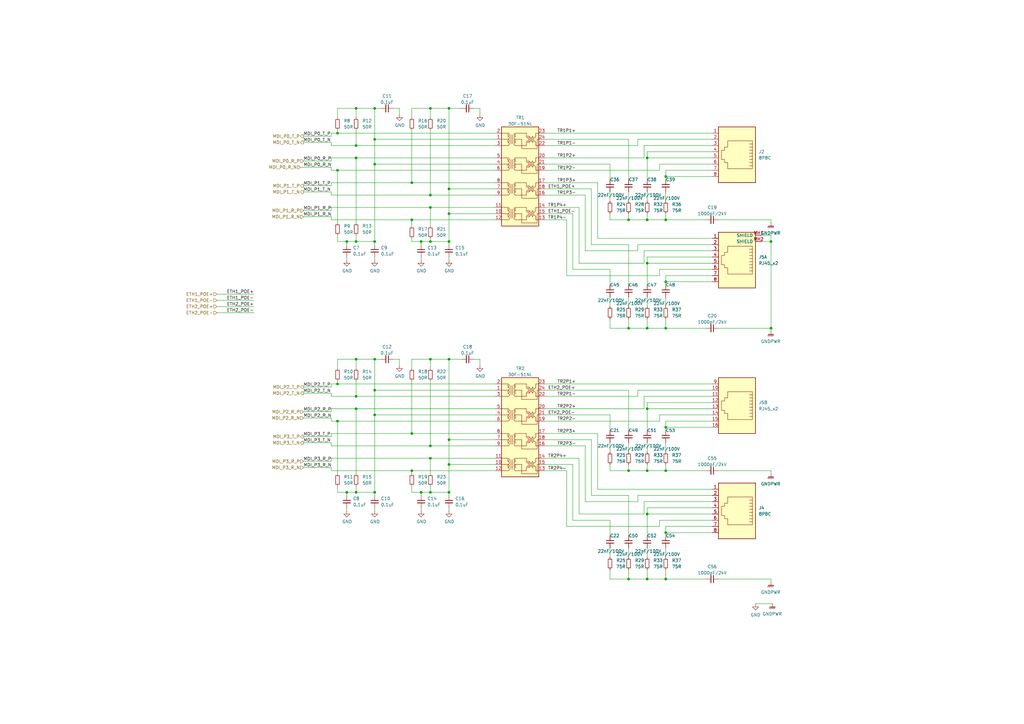
<source format=kicad_sch>
(kicad_sch (version 20230121) (generator eeschema)
  (paper "A3")
  (junction (at 316.23 134.62))
  (junction (at 153.67 99.06))
  (junction (at 138.43 54.61))
  (junction (at 153.67 44.45))
  (junction (at 168.91 90.17))
  (junction (at 138.43 172.72))
  (junction (at 257.81 193.04))
  (junction (at 273.05 90.17))
  (junction (at 265.43 64.77))
  (junction (at 138.43 69.85))
  (junction (at 146.05 64.77))
  (junction (at 176.53 182.88))
  (junction (at 257.81 237.49))
  (junction (at 257.81 134.62))
  (junction (at 316.23 99.06))
  (junction (at 257.81 90.17))
  (junction (at 146.05 147.32))
  (junction (at 273.05 237.49))
  (junction (at 146.05 59.69))
  (junction (at 273.05 175.26))
  (junction (at 176.53 201.93))
  (junction (at 265.43 193.04))
  (junction (at 184.15 190.5))
  (junction (at 146.05 162.56))
  (junction (at 176.53 85.09))
  (junction (at 265.43 107.95))
  (junction (at 142.24 201.93))
  (junction (at 153.67 67.31))
  (junction (at 184.15 147.32))
  (junction (at 273.05 193.04))
  (junction (at 142.24 99.06))
  (junction (at 184.15 77.47))
  (junction (at 184.15 87.63))
  (junction (at 176.53 44.45))
  (junction (at 273.05 115.57))
  (junction (at 273.05 72.39))
  (junction (at 184.15 44.45))
  (junction (at 176.53 99.06))
  (junction (at 176.53 80.01))
  (junction (at 265.43 237.49))
  (junction (at 153.67 57.15))
  (junction (at 184.15 180.34))
  (junction (at 138.43 157.48))
  (junction (at 176.53 147.32))
  (junction (at 146.05 44.45))
  (junction (at 153.67 170.18))
  (junction (at 153.67 147.32))
  (junction (at 146.05 167.64))
  (junction (at 146.05 201.93))
  (junction (at 184.15 201.93))
  (junction (at 273.05 218.44))
  (junction (at 176.53 187.96))
  (junction (at 153.67 201.93))
  (junction (at 172.72 99.06))
  (junction (at 168.91 193.04))
  (junction (at 265.43 134.62))
  (junction (at 168.91 74.93))
  (junction (at 153.67 160.02))
  (junction (at 265.43 167.64))
  (junction (at 273.05 134.62))
  (junction (at 146.05 99.06))
  (junction (at 265.43 90.17))
  (junction (at 168.91 177.8))
  (junction (at 172.72 201.93))
  (junction (at 265.43 210.82))
  (junction (at 184.15 99.06))
  (wire (pts (xy 265.43 62.23) (xy 265.43 64.77)))
  (wire (pts (xy 153.67 201.93) (xy 153.67 170.18)))
  (wire (pts (xy 153.67 44.45) (xy 153.67 57.15)))
  (wire (pts (xy 176.53 187.96) (xy 203.2 187.96)))
  (wire (pts (xy 124.46 171.45) (xy 135.89 171.45)))
  (wire (pts (xy 168.91 90.17) (xy 168.91 92.71)))
  (wire (pts (xy 292.1 208.28) (xy 265.43 208.28)))
  (wire (pts (xy 176.53 44.45) (xy 184.15 44.45)))
  (wire (pts (xy 273.05 69.85) (xy 273.05 72.39)))
  (wire (pts (xy 135.89 177.8) (xy 135.89 179.07)))
  (wire (pts (xy 250.19 134.62) (xy 250.19 130.81)))
  (wire (pts (xy 273.05 175.26) (xy 292.1 175.26)))
  (wire (pts (xy 250.19 181.61) (xy 250.19 185.42)))
  (wire (pts (xy 261.62 100.33) (xy 261.62 102.87)))
  (wire (pts (xy 223.52 157.48) (xy 292.1 157.48)))
  (wire (pts (xy 135.89 193.04) (xy 168.91 193.04)))
  (wire (pts (xy 292.1 100.33) (xy 261.62 100.33)))
  (wire (pts (xy 142.24 201.93) (xy 146.05 201.93)))
  (wire (pts (xy 176.53 97.79) (xy 176.53 99.06)))
  (wire (pts (xy 138.43 201.93) (xy 142.24 201.93)))
  (wire (pts (xy 292.1 59.69) (xy 264.16 59.69)))
  (wire (pts (xy 265.43 64.77) (xy 292.1 64.77)))
  (wire (pts (xy 270.51 213.36) (xy 270.51 215.9)))
  (wire (pts (xy 138.43 172.72) (xy 138.43 194.31)))
  (wire (pts (xy 309.88 247.65) (xy 316.865 247.65)))
  (wire (pts (xy 273.05 113.03) (xy 273.05 115.57)))
  (wire (pts (xy 234.95 190.5) (xy 234.95 213.36)))
  (wire (pts (xy 273.05 87.63) (xy 273.05 90.17)))
  (wire (pts (xy 250.19 237.49) (xy 250.19 233.68)))
  (wire (pts (xy 88.9 123.19) (xy 104.14 123.19)))
  (wire (pts (xy 135.89 74.93) (xy 135.89 76.2)))
  (wire (pts (xy 316.23 90.17) (xy 294.64 90.17)))
  (wire (pts (xy 138.43 99.06) (xy 142.24 99.06)))
  (wire (pts (xy 184.15 147.32) (xy 176.53 147.32)))
  (wire (pts (xy 88.9 128.27) (xy 104.14 128.27)))
  (wire (pts (xy 289.56 193.04) (xy 273.05 193.04)))
  (wire (pts (xy 316.23 90.17) (xy 316.23 91.44)))
  (wire (pts (xy 135.89 74.93) (xy 168.91 74.93)))
  (wire (pts (xy 163.83 44.45) (xy 161.29 44.45)))
  (wire (pts (xy 184.15 190.5) (xy 203.2 190.5)))
  (wire (pts (xy 124.46 76.2) (xy 135.89 76.2)))
  (wire (pts (xy 261.62 160.02) (xy 261.62 162.56)))
  (wire (pts (xy 223.52 80.01) (xy 240.03 80.01)))
  (wire (pts (xy 124.46 168.91) (xy 135.89 168.91)))
  (wire (pts (xy 261.62 203.2) (xy 261.62 205.74)))
  (wire (pts (xy 223.52 87.63) (xy 234.95 87.63)))
  (wire (pts (xy 265.43 210.82) (xy 265.43 219.71)))
  (wire (pts (xy 265.43 193.04) (xy 257.81 193.04)))
  (wire (pts (xy 124.46 161.29) (xy 135.89 161.29)))
  (wire (pts (xy 265.43 107.95) (xy 292.1 107.95)))
  (wire (pts (xy 135.89 167.64) (xy 146.05 167.64)))
  (wire (pts (xy 242.57 180.34) (xy 242.57 203.2)))
  (wire (pts (xy 250.19 213.36) (xy 250.19 219.71)))
  (wire (pts (xy 135.89 78.74) (xy 135.89 80.01)))
  (wire (pts (xy 273.05 175.26) (xy 273.05 176.53)))
  (wire (pts (xy 257.81 130.81) (xy 257.81 134.62)))
  (wire (pts (xy 142.24 201.93) (xy 142.24 203.2)))
  (wire (pts (xy 146.05 147.32) (xy 146.05 151.13)))
  (wire (pts (xy 257.81 100.33) (xy 257.81 116.84)))
  (wire (pts (xy 270.51 67.31) (xy 270.51 69.85)))
  (wire (pts (xy 237.49 187.96) (xy 237.49 210.82)))
  (wire (pts (xy 292.1 205.74) (xy 264.16 205.74)))
  (wire (pts (xy 250.19 90.17) (xy 250.19 87.63)))
  (wire (pts (xy 176.53 187.96) (xy 176.53 194.31)))
  (wire (pts (xy 242.57 203.2) (xy 257.81 203.2)))
  (wire (pts (xy 153.67 160.02) (xy 203.2 160.02)))
  (wire (pts (xy 250.19 78.74) (xy 250.19 82.55)))
  (wire (pts (xy 124.46 191.77) (xy 135.89 191.77)))
  (wire (pts (xy 168.91 193.04) (xy 168.91 194.31)))
  (wire (pts (xy 124.46 58.42) (xy 135.89 58.42)))
  (wire (pts (xy 250.19 121.92) (xy 250.19 125.73)))
  (wire (pts (xy 135.89 64.77) (xy 146.05 64.77)))
  (wire (pts (xy 172.72 201.93) (xy 176.53 201.93)))
  (wire (pts (xy 135.89 64.77) (xy 135.89 66.04)))
  (wire (pts (xy 257.81 87.63) (xy 257.81 90.17)))
  (wire (pts (xy 168.91 156.21) (xy 168.91 177.8)))
  (wire (pts (xy 153.67 170.18) (xy 203.2 170.18)))
  (wire (pts (xy 265.43 64.77) (xy 265.43 73.66)))
  (wire (pts (xy 138.43 157.48) (xy 135.89 157.48)))
  (wire (pts (xy 138.43 199.39) (xy 138.43 201.93)))
  (wire (pts (xy 138.43 151.13) (xy 138.43 147.32)))
  (wire (pts (xy 153.67 105.41) (xy 153.67 106.68)))
  (wire (pts (xy 138.43 96.52) (xy 138.43 99.06)))
  (wire (pts (xy 265.43 237.49) (xy 257.81 237.49)))
  (wire (pts (xy 265.43 121.92) (xy 265.43 125.73)))
  (wire (pts (xy 232.41 113.03) (xy 270.51 113.03)))
  (wire (pts (xy 184.15 77.47) (xy 184.15 87.63)))
  (wire (pts (xy 146.05 162.56) (xy 135.89 162.56)))
  (wire (pts (xy 289.56 134.62) (xy 273.05 134.62)))
  (wire (pts (xy 153.67 170.18) (xy 153.67 160.02)))
  (wire (pts (xy 265.43 224.79) (xy 265.43 228.6)))
  (wire (pts (xy 135.89 68.58) (xy 135.89 69.85)))
  (wire (pts (xy 257.81 203.2) (xy 257.81 219.71)))
  (wire (pts (xy 168.91 74.93) (xy 203.2 74.93)))
  (wire (pts (xy 292.1 162.56) (xy 264.16 162.56)))
  (wire (pts (xy 176.53 44.45) (xy 168.91 44.45)))
  (wire (pts (xy 184.15 87.63) (xy 203.2 87.63)))
  (wire (pts (xy 168.91 193.04) (xy 203.2 193.04)))
  (wire (pts (xy 240.03 80.01) (xy 240.03 102.87)))
  (wire (pts (xy 223.52 193.04) (xy 232.41 193.04)))
  (wire (pts (xy 232.41 193.04) (xy 232.41 215.9)))
  (wire (pts (xy 223.52 54.61) (xy 292.1 54.61)))
  (wire (pts (xy 265.43 167.64) (xy 292.1 167.64)))
  (wire (pts (xy 184.15 77.47) (xy 203.2 77.47)))
  (wire (pts (xy 172.72 105.41) (xy 172.72 106.68)))
  (wire (pts (xy 245.11 200.66) (xy 292.1 200.66)))
  (wire (pts (xy 146.05 167.64) (xy 203.2 167.64)))
  (wire (pts (xy 146.05 201.93) (xy 153.67 201.93)))
  (wire (pts (xy 142.24 99.06) (xy 146.05 99.06)))
  (wire (pts (xy 270.51 110.49) (xy 270.51 113.03)))
  (wire (pts (xy 168.91 147.32) (xy 168.91 151.13)))
  (wire (pts (xy 142.24 208.28) (xy 142.24 209.55)))
  (wire (pts (xy 261.62 102.87) (xy 240.03 102.87)))
  (wire (pts (xy 223.52 187.96) (xy 237.49 187.96)))
  (wire (pts (xy 316.23 237.49) (xy 294.64 237.49)))
  (wire (pts (xy 172.72 208.28) (xy 172.72 209.55)))
  (wire (pts (xy 292.1 113.03) (xy 273.05 113.03)))
  (wire (pts (xy 135.89 80.01) (xy 176.53 80.01)))
  (wire (pts (xy 176.53 201.93) (xy 184.15 201.93)))
  (wire (pts (xy 184.15 147.32) (xy 184.15 180.34)))
  (wire (pts (xy 257.81 90.17) (xy 250.19 90.17)))
  (wire (pts (xy 135.89 54.61) (xy 135.89 55.88)))
  (wire (pts (xy 273.05 115.57) (xy 292.1 115.57)))
  (wire (pts (xy 292.1 110.49) (xy 270.51 110.49)))
  (wire (pts (xy 138.43 48.26) (xy 138.43 44.45)))
  (wire (pts (xy 135.89 187.96) (xy 135.89 189.23)))
  (wire (pts (xy 163.83 46.99) (xy 163.83 44.45)))
  (wire (pts (xy 135.89 172.72) (xy 135.89 171.45)))
  (wire (pts (xy 292.1 172.72) (xy 273.05 172.72)))
  (wire (pts (xy 265.43 134.62) (xy 257.81 134.62)))
  (wire (pts (xy 168.91 90.17) (xy 203.2 90.17)))
  (wire (pts (xy 316.23 134.62) (xy 316.23 135.89)))
  (wire (pts (xy 273.05 181.61) (xy 273.05 185.42)))
  (wire (pts (xy 223.52 90.17) (xy 232.41 90.17)))
  (wire (pts (xy 142.24 99.06) (xy 142.24 100.33)))
  (wire (pts (xy 250.19 224.79) (xy 250.19 228.6)))
  (wire (pts (xy 135.89 85.09) (xy 176.53 85.09)))
  (wire (pts (xy 184.15 190.5) (xy 184.15 201.93)))
  (wire (pts (xy 223.52 180.34) (xy 242.57 180.34)))
  (wire (pts (xy 176.53 80.01) (xy 203.2 80.01)))
  (wire (pts (xy 237.49 85.09) (xy 237.49 107.95)))
  (wire (pts (xy 146.05 59.69) (xy 135.89 59.69)))
  (wire (pts (xy 223.52 59.69) (xy 261.62 59.69)))
  (wire (pts (xy 234.95 213.36) (xy 250.19 213.36)))
  (wire (pts (xy 146.05 64.77) (xy 203.2 64.77)))
  (wire (pts (xy 265.43 233.68) (xy 265.43 237.49)))
  (wire (pts (xy 265.43 190.5) (xy 265.43 193.04)))
  (wire (pts (xy 172.72 201.93) (xy 172.72 203.2)))
  (wire (pts (xy 273.05 172.72) (xy 273.05 175.26)))
  (wire (pts (xy 163.83 149.86) (xy 163.83 147.32)))
  (wire (pts (xy 264.16 167.64) (xy 223.52 167.64)))
  (wire (pts (xy 257.81 224.79) (xy 257.81 228.6)))
  (wire (pts (xy 223.52 190.5) (xy 234.95 190.5)))
  (wire (pts (xy 184.15 87.63) (xy 184.15 99.06)))
  (wire (pts (xy 124.46 88.9) (xy 135.89 88.9)))
  (wire (pts (xy 172.72 99.06) (xy 172.72 100.33)))
  (wire (pts (xy 138.43 54.61) (xy 135.89 54.61)))
  (wire (pts (xy 292.1 57.15) (xy 261.62 57.15)))
  (wire (pts (xy 146.05 167.64) (xy 146.05 194.31)))
  (wire (pts (xy 316.23 193.04) (xy 316.23 194.31)))
  (wire (pts (xy 135.89 85.09) (xy 135.89 86.36)))
  (wire (pts (xy 203.2 157.48) (xy 138.43 157.48)))
  (wire (pts (xy 176.53 182.88) (xy 203.2 182.88)))
  (wire (pts (xy 265.43 167.64) (xy 265.43 176.53)))
  (wire (pts (xy 184.15 208.28) (xy 184.15 209.55)))
  (wire (pts (xy 223.52 85.09) (xy 237.49 85.09)))
  (wire (pts (xy 273.05 130.81) (xy 273.05 134.62)))
  (wire (pts (xy 292.1 69.85) (xy 273.05 69.85)))
  (wire (pts (xy 265.43 210.82) (xy 292.1 210.82)))
  (wire (pts (xy 138.43 53.34) (xy 138.43 54.61)))
  (wire (pts (xy 273.05 121.92) (xy 273.05 125.73)))
  (wire (pts (xy 146.05 99.06) (xy 153.67 99.06)))
  (wire (pts (xy 292.1 170.18) (xy 270.51 170.18)))
  (wire (pts (xy 153.67 57.15) (xy 203.2 57.15)))
  (wire (pts (xy 172.72 99.06) (xy 176.53 99.06)))
  (wire (pts (xy 223.52 64.77) (xy 264.16 64.77)))
  (wire (pts (xy 265.43 130.81) (xy 265.43 134.62)))
  (wire (pts (xy 223.52 182.88) (xy 240.03 182.88)))
  (wire (pts (xy 223.52 77.47) (xy 242.57 77.47)))
  (wire (pts (xy 273.05 72.39) (xy 292.1 72.39)))
  (wire (pts (xy 184.15 44.45) (xy 189.23 44.45)))
  (wire (pts (xy 135.89 182.88) (xy 135.89 181.61)))
  (wire (pts (xy 153.67 147.32) (xy 156.21 147.32)))
  (wire (pts (xy 168.91 201.93) (xy 172.72 201.93)))
  (wire (pts (xy 138.43 172.72) (xy 203.2 172.72)))
  (wire (pts (xy 316.23 193.04) (xy 294.64 193.04)))
  (wire (pts (xy 265.43 165.1) (xy 265.43 167.64)))
  (wire (pts (xy 138.43 44.45) (xy 146.05 44.45)))
  (wire (pts (xy 264.16 107.95) (xy 237.49 107.95)))
  (wire (pts (xy 232.41 215.9) (xy 270.51 215.9)))
  (wire (pts (xy 292.1 102.87) (xy 264.16 102.87)))
  (wire (pts (xy 146.05 156.21) (xy 146.05 162.56)))
  (wire (pts (xy 232.41 90.17) (xy 232.41 113.03)))
  (wire (pts (xy 142.24 105.41) (xy 142.24 106.68)))
  (wire (pts (xy 196.85 44.45) (xy 194.31 44.45)))
  (wire (pts (xy 250.19 170.18) (xy 250.19 176.53)))
  (wire (pts (xy 242.57 77.47) (xy 242.57 100.33)))
  (wire (pts (xy 168.91 44.45) (xy 168.91 48.26)))
  (wire (pts (xy 176.53 44.45) (xy 176.53 48.26)))
  (wire (pts (xy 264.16 210.82) (xy 237.49 210.82)))
  (wire (pts (xy 184.15 180.34) (xy 203.2 180.34)))
  (wire (pts (xy 250.19 67.31) (xy 250.19 73.66)))
  (wire (pts (xy 196.85 147.32) (xy 194.31 147.32)))
  (wire (pts (xy 176.53 147.32) (xy 176.53 151.13)))
  (wire (pts (xy 257.81 193.04) (xy 250.19 193.04)))
  (wire (pts (xy 273.05 218.44) (xy 292.1 218.44)))
  (wire (pts (xy 176.53 53.34) (xy 176.53 80.01)))
  (wire (pts (xy 146.05 53.34) (xy 146.05 59.69)))
  (wire (pts (xy 163.83 147.32) (xy 161.29 147.32)))
  (wire (pts (xy 146.05 44.45) (xy 146.05 48.26)))
  (wire (pts (xy 273.05 233.68) (xy 273.05 237.49)))
  (wire (pts (xy 203.2 59.69) (xy 146.05 59.69)))
  (wire (pts (xy 184.15 180.34) (xy 184.15 190.5)))
  (wire (pts (xy 273.05 134.62) (xy 265.43 134.62)))
  (wire (pts (xy 223.52 67.31) (xy 250.19 67.31)))
  (wire (pts (xy 316.23 237.49) (xy 316.23 238.76)))
  (wire (pts (xy 292.1 213.36) (xy 270.51 213.36)))
  (wire (pts (xy 257.81 121.92) (xy 257.81 125.73)))
  (wire (pts (xy 184.15 99.06) (xy 184.15 100.33)))
  (wire (pts (xy 242.57 100.33) (xy 257.81 100.33)))
  (wire (pts (xy 257.81 160.02) (xy 257.81 176.53)))
  (wire (pts (xy 135.89 90.17) (xy 168.91 90.17)))
  (wire (pts (xy 289.56 90.17) (xy 273.05 90.17)))
  (wire (pts (xy 292.1 105.41) (xy 265.43 105.41)))
  (wire (pts (xy 273.05 193.04) (xy 265.43 193.04)))
  (wire (pts (xy 138.43 156.21) (xy 138.43 157.48)))
  (wire (pts (xy 273.05 215.9) (xy 273.05 218.44)))
  (wire (pts (xy 176.53 147.32) (xy 168.91 147.32)))
  (wire (pts (xy 261.62 205.74) (xy 240.03 205.74)))
  (wire (pts (xy 292.1 203.2) (xy 261.62 203.2)))
  (wire (pts (xy 257.81 181.61) (xy 257.81 185.42)))
  (wire (pts (xy 153.67 44.45) (xy 156.21 44.45)))
  (wire (pts (xy 135.89 162.56) (xy 135.89 161.29)))
  (wire (pts (xy 264.16 102.87) (xy 264.16 107.95)))
  (wire (pts (xy 124.46 179.07) (xy 135.89 179.07)))
  (wire (pts (xy 184.15 105.41) (xy 184.15 106.68)))
  (wire (pts (xy 265.43 107.95) (xy 265.43 116.84)))
  (wire (pts (xy 146.05 64.77) (xy 146.05 91.44)))
  (wire (pts (xy 124.46 78.74) (xy 135.89 78.74)))
  (wire (pts (xy 261.62 57.15) (xy 261.62 59.69)))
  (wire (pts (xy 257.81 233.68) (xy 257.81 237.49)))
  (wire (pts (xy 146.05 147.32) (xy 153.67 147.32)))
  (wire (pts (xy 135.89 193.04) (xy 135.89 191.77)))
  (wire (pts (xy 292.1 215.9) (xy 273.05 215.9)))
  (wire (pts (xy 168.91 199.39) (xy 168.91 201.93)))
  (wire (pts (xy 123.19 68.58) (xy 135.89 68.58)))
  (wire (pts (xy 176.53 199.39) (xy 176.53 201.93)))
  (wire (pts (xy 273.05 72.39) (xy 273.05 73.66)))
  (wire (pts (xy 168.91 177.8) (xy 203.2 177.8)))
  (wire (pts (xy 124.46 86.36) (xy 135.89 86.36)))
  (wire (pts (xy 153.67 99.06) (xy 153.67 100.33)))
  (wire (pts (xy 153.67 67.31) (xy 203.2 67.31)))
  (wire (pts (xy 265.43 181.61) (xy 265.43 185.42)))
  (wire (pts (xy 292.1 165.1) (xy 265.43 165.1)))
  (wire (pts (xy 203.2 54.61) (xy 138.43 54.61)))
  (wire (pts (xy 135.89 167.64) (xy 135.89 168.91)))
  (wire (pts (xy 273.05 115.57) (xy 273.05 116.84)))
  (wire (pts (xy 168.91 99.06) (xy 172.72 99.06)))
  (wire (pts (xy 264.16 162.56) (xy 264.16 167.64)))
  (wire (pts (xy 153.67 67.31) (xy 153.67 57.15)))
  (wire (pts (xy 184.15 44.45) (xy 184.15 77.47)))
  (wire (pts (xy 245.11 97.79) (xy 292.1 97.79)))
  (wire (pts (xy 292.1 160.02) (xy 261.62 160.02)))
  (wire (pts (xy 138.43 69.85) (xy 138.43 91.44)))
  (wire (pts (xy 184.15 201.93) (xy 184.15 203.2)))
  (wire (pts (xy 138.43 147.32) (xy 146.05 147.32)))
  (wire (pts (xy 135.89 187.96) (xy 176.53 187.96)))
  (wire (pts (xy 273.05 78.74) (xy 273.05 82.55)))
  (wire (pts (xy 135.89 177.8) (xy 168.91 177.8)))
  (wire (pts (xy 234.95 87.63) (xy 234.95 110.49)))
  (wire (pts (xy 265.43 105.41) (xy 265.43 107.95)))
  (wire (pts (xy 176.53 156.21) (xy 176.53 182.88)))
  (wire (pts (xy 176.53 99.06) (xy 184.15 99.06)))
  (wire (pts (xy 223.52 170.18) (xy 250.19 170.18)))
  (wire (pts (xy 273.05 237.49) (xy 265.43 237.49)))
  (wire (pts (xy 88.9 125.73) (xy 104.14 125.73)))
  (wire (pts (xy 273.05 218.44) (xy 273.05 219.71)))
  (wire (pts (xy 153.67 99.06) (xy 153.67 67.31)))
  (wire (pts (xy 273.05 224.79) (xy 273.05 228.6)))
  (wire (pts (xy 265.43 87.63) (xy 265.43 90.17)))
  (wire (pts (xy 316.23 96.52) (xy 316.23 99.06)))
  (wire (pts (xy 153.67 201.93) (xy 153.67 203.2)))
  (wire (pts (xy 245.11 74.93) (xy 245.11 97.79)))
  (wire (pts (xy 135.89 182.88) (xy 176.53 182.88)))
  (wire (pts (xy 273.05 90.17) (xy 265.43 90.17)))
  (wire (pts (xy 234.95 110.49) (xy 250.19 110.49)))
  (wire (pts (xy 124.46 55.88) (xy 135.89 55.88)))
  (wire (pts (xy 176.53 85.09) (xy 203.2 85.09)))
  (wire (pts (xy 289.56 237.49) (xy 273.05 237.49)))
  (wire (pts (xy 196.85 46.99) (xy 196.85 44.45)))
  (wire (pts (xy 124.46 158.75) (xy 135.89 158.75)))
  (wire (pts (xy 270.51 170.18) (xy 270.51 172.72)))
  (wire (pts (xy 146.05 96.52) (xy 146.05 99.06)))
  (wire (pts (xy 176.53 85.09) (xy 176.53 92.71)))
  (wire (pts (xy 261.62 162.56) (xy 223.52 162.56)))
  (wire (pts (xy 135.89 172.72) (xy 138.43 172.72)))
  (wire (pts (xy 273.05 190.5) (xy 273.05 193.04)))
  (wire (pts (xy 312.42 96.52) (xy 316.23 96.52)))
  (wire (pts (xy 316.23 99.06) (xy 316.23 134.62)))
  (wire (pts (xy 257.81 78.74) (xy 257.81 82.55)))
  (wire (pts (xy 292.1 62.23) (xy 265.43 62.23)))
  (wire (pts (xy 312.42 99.06) (xy 316.23 99.06)))
  (wire (pts (xy 146.05 44.45) (xy 153.67 44.45)))
  (wire (pts (xy 203.2 162.56) (xy 146.05 162.56)))
  (wire (pts (xy 196.85 149.86) (xy 196.85 147.32)))
  (wire (pts (xy 250.19 110.49) (xy 250.19 116.84)))
  (wire (pts (xy 223.52 160.02) (xy 257.81 160.02)))
  (wire (pts (xy 138.43 69.85) (xy 203.2 69.85)))
  (wire (pts (xy 257.81 57.15) (xy 257.81 73.66)))
  (wire (pts (xy 135.89 90.17) (xy 135.89 88.9)))
  (wire (pts (xy 264.16 205.74) (xy 264.16 210.82)))
  (wire (pts (xy 135.89 157.48) (xy 135.89 158.75)))
  (wire (pts (xy 168.91 53.34) (xy 168.91 74.93)))
  (wire (pts (xy 168.91 97.79) (xy 168.91 99.06)))
  (wire (pts (xy 265.43 208.28) (xy 265.43 210.82)))
  (wire (pts (xy 223.52 172.72) (xy 270.51 172.72)))
  (wire (pts (xy 245.11 177.8) (xy 245.11 200.66)))
  (wire (pts (xy 189.23 147.32) (xy 184.15 147.32)))
  (wire (pts (xy 153.67 147.32) (xy 153.67 160.02)))
  (wire (pts (xy 265.43 78.74) (xy 265.43 82.55)))
  (wire (pts (xy 257.81 134.62) (xy 250.19 134.62)))
  (wire (pts (xy 257.81 190.5) (xy 257.81 193.04)))
  (wire (pts (xy 223.52 177.8) (xy 245.11 177.8)))
  (wire (pts (xy 265.43 90.17) (xy 257.81 90.17)))
  (wire (pts (xy 316.23 134.62) (xy 294.64 134.62)))
  (wire (pts (xy 292.1 67.31) (xy 270.51 67.31)))
  (wire (pts (xy 264.16 59.69) (xy 264.16 64.77)))
  (wire (pts (xy 88.9 120.65) (xy 104.14 120.65)))
  (wire (pts (xy 153.67 208.28) (xy 153.67 209.55)))
  (wire (pts (xy 146.05 199.39) (xy 146.05 201.93)))
  (wire (pts (xy 124.46 66.04) (xy 135.89 66.04)))
  (wire (pts (xy 257.81 237.49) (xy 250.19 237.49)))
  (wire (pts (xy 124.46 181.61) (xy 135.89 181.61)))
  (wire (pts (xy 135.89 59.69) (xy 135.89 58.42)))
  (wire (pts (xy 250.19 193.04) (xy 250.19 190.5)))
  (wire (pts (xy 223.52 74.93) (xy 245.11 74.93)))
  (wire (pts (xy 135.89 69.85) (xy 138.43 69.85)))
  (wire (pts (xy 124.46 189.23) (xy 135.89 189.23)))
  (wire (pts (xy 223.52 57.15) (xy 257.81 57.15)))
  (wire (pts (xy 240.03 182.88) (xy 240.03 205.74)))
  (wire (pts (xy 223.52 69.85) (xy 270.51 69.85)))
  (label "TR1P2+" (at 236.22 64.77 180))
  (label "TR2P3-" (at 236.22 182.88 180))
  (label "TR1P1-" (at 236.22 59.69 180))
  (label "MDI_P1_R_N" (at 124.46 88.9 0))
  (label "ETH1_POE-" (at 224.79 87.63 0))
  (label "ETH2_POE+" (at 104.14 125.73 180))
  (label "MDI_P0_T_N" (at 124.46 58.42 0))
  (label "MDI_P2_R_N" (at 124.46 171.45 0))
  (label "ETH1_POE+" (at 104.14 120.65 180))
  (label "ETH2_POE-" (at 224.79 170.18 0))
  (label "MDI_P3_R_P" (at 124.46 189.23 0))
  (label "TR1P4+" (at 232.41 85.09 180))
  (label "ETH1_POE+" (at 224.79 77.47 0))
  (label "ETH1_POE-" (at 104.14 123.19 180))
  (label "MDI_P0_T_P" (at 124.46 55.88 0))
  (label "TR1P4-" (at 232.41 90.17 180))
  (label "MDI_P3_T_N" (at 124.46 181.61 0))
  (label "TR1P3-" (at 236.22 80.01 180))
  (label "MDI_P1_T_P" (at 124.46 76.2 0))
  (label "MDI_P3_R_N" (at 124.46 191.77 0))
  (label "ETH2_POE+" (at 224.79 160.02 0))
  (label "MDI_P2_R_P" (at 124.46 168.91 0))
  (label "MDI_P0_R_P" (at 124.46 66.04 0))
  (label "TR2P4+" (at 232.41 187.96 180))
  (label "ETH2_POE-" (at 104.14 128.27 180))
  (label "MDI_P1_T_N" (at 124.46 78.74 0))
  (label "TR1P2-" (at 236.22 69.85 180))
  (label "MDI_P2_T_N" (at 124.46 161.29 0))
  (label "MDI_P3_T_P" (at 124.46 179.07 0))
  (label "TR2P2-" (at 236.22 172.72 180))
  (label "TR2P2+" (at 236.22 167.64 180))
  (label "MDI_P0_R_N" (at 124.46 68.58 0))
  (label "TR2P1-" (at 236.22 162.56 180))
  (label "TR2P1+" (at 236.22 157.48 180))
  (label "MDI_P1_R_P" (at 124.46 86.36 0))
  (label "TR2P4-" (at 232.41 193.04 180))
  (label "TR1P3+" (at 236.22 74.93 180))
  (label "MDI_P2_T_P" (at 124.46 158.75 0))
  (label "TR1P1+" (at 236.22 54.61 180))
  (label "TR2P3+" (at 236.22 177.8 180))
  (hierarchical_label "MDI_P0_T_P" (shape output) (at 124.46 55.88 180))
  (hierarchical_label "MDI_P3_T_P" (shape output) (at 124.46 179.07 180))
  (hierarchical_label "MDI_P1_T_N" (shape output) (at 124.46 78.74 180))
  (hierarchical_label "MDI_P2_T_N" (shape output) (at 124.46 161.29 180))
  (hierarchical_label "MDI_P2_R_P" (shape input) (at 124.46 168.91 180))
  (hierarchical_label "MDI_P0_T_N" (shape output) (at 124.46 58.42 180))
  (hierarchical_label "MDI_P2_T_P" (shape output) (at 124.46 158.75 180))
  (hierarchical_label "MDI_P2_R_N" (shape input) (at 124.46 171.45 180))
  (hierarchical_label "MDI_P3_T_N" (shape output) (at 124.46 181.61 180))
  (hierarchical_label "ETH2_POE-" (shape input) (at 88.9 128.27 180))
  (hierarchical_label "ETH1_POE+" (shape input) (at 88.9 120.65 180))
  (hierarchical_label "MDI_P0_R_P" (shape input) (at 124.46 66.04 180))
  (hierarchical_label "MDI_P3_R_N" (shape input) (at 124.46 191.77 180))
  (hierarchical_label "MDI_P1_R_N" (shape input) (at 124.46 88.9 180))
  (hierarchical_label "MDI_P0_R_N" (shape input) (at 123.19 68.58 180))
  (hierarchical_label "MDI_P3_R_P" (shape input) (at 124.46 189.23 180))
  (hierarchical_label "ETH1_POE-" (shape input) (at 88.9 123.19 180))
  (hierarchical_label "MDI_P1_R_P" (shape input) (at 124.46 86.36 180))
  (hierarchical_label "ETH2_POE+" (shape input) (at 88.9 125.73 180))
  (hierarchical_label "MDI_P1_T_P" (shape output) (at 124.46 76.2 180))
  (symbol (lib_id "Device:R_Small") (at 168.91 153.67 0) (unit 1)
    (property "Reference" "R18" (at 171.45 152.3999 0) (effects (justify left)))
    (property "Value" "50R" (at 171.45 154.9399 0) (effects (justify left)))
    (property "Footprint" "Resistor_SMD:R_0402_1005Metric" (effects hide))
  )
  (symbol (lib_id "Device:C_Small") (at 191.77 147.32 270) (unit 1)
    (property "Reference" "C18" (at 191.7636 142.24 90))
    (property "Value" "0.1uF" (at 191.7636 144.78 90))
    (property "Footprint" "Capacitor_SMD:C_0402_1005Metric" (effects hide))
  )
  (symbol (lib_id "power:GND") (at 142.24 209.55 0) (unit 1)
    (property "Reference" "#PWR021" (effects hide))
    (property "Value" "GND" (at 142.367 213.9442 0))
  )
  (symbol (lib_id "Transformer:30F-51NL") (at 213.36 175.26 0) (unit 1)
    (property "Reference" "TR2" (at 213.36 151.13 0))
    (property "Value" "30F-51NL" (at 213.36 153.67 0))
    (property "Footprint" "Transformer_SMD:Transformer_Ethernet_YDS_30F-51NL_SO-24_7.1x15.1mm" (effects hide))
    (property "Datasheet" "https://datasheet.lcsc.com/lcsc/1811051610_Shanghai-YDS-Tech-30F-51NL_C123168.pdf" (effects hide))
  )
  (symbol (lib_id "Device:C_Small") (at 257.81 222.25 0) (unit 1)
    (property "Reference" "C50" (at 257.81 219.71 0) (effects (justify left)))
    (property "Value" "22nF/100V" (at 252.73 227.33 0) (effects (justify left)))
    (property "Footprint" "Capacitor_SMD:C_0603_1608Metric" (effects hide))
    (instances (project "macunaima_rev2.2" (path "" (reference "C50") (unit 1)) (path "" (reference "C39") (unit 1))))
  )
  (symbol (lib_id "Device:R_Small") (at 265.43 128.27 0) (unit 1)
    (property "Reference" "R33" (at 267.97 126.9999 0) (effects (justify left)))
    (property "Value" "75R" (at 267.97 129.5399 0) (effects (justify left)))
    (property "Footprint" "Resistor_SMD:R_0402_1005Metric" (effects hide))
  )
  (symbol (lib_id "Device:R_Small") (at 273.05 85.09 0) (unit 1)
    (property "Reference" "R36" (at 275.59 83.8199 0) (effects (justify left)))
    (property "Value" "75R" (at 275.59 86.3599 0) (effects (justify left)))
    (property "Footprint" "Resistor_SMD:R_0402_1005Metric" (effects hide))
  )
  (symbol (lib_id "power:GND") (at 184.15 106.68 0) (unit 1)
    (property "Reference" "#PWR0120" (effects hide))
    (property "Value" "GND" (at 184.277 111.0742 0))
    (instances (project "macunaima_rev2.2" (path "" (reference "#PWR0120") (unit 1)) (path "" (reference "#PWR036") (unit 1))))
  )
  (symbol (lib_id "power:GNDPWR") (at 316.865 247.65 0) (unit 1)
    (property "Reference" "#PWR0132" (effects hide))
    (property "Value" "GNDPWR" (at 316.738 251.8061 0))
    (instances (project "macunaima_rev2.2" (path "" (reference "#PWR0132") (unit 1)) (path "" (reference "#PWR047") (unit 1))))
  )
  (symbol (lib_id "Device:C_Small") (at 265.43 119.38 0) (unit 1)
    (property "Reference" "C47" (at 265.43 116.84 0) (effects (justify left)))
    (property "Value" "22nF/100V" (at 260.35 123.19 0) (effects (justify left)))
    (property "Footprint" "Capacitor_SMD:C_0603_1608Metric" (effects hide))
    (instances (project "macunaima_rev2.2" (path "" (reference "C47") (unit 1)) (path "" (reference "C46") (unit 1))))
  )
  (symbol (lib_id "Device:R_Small") (at 273.05 187.96 0) (unit 1)
    (property "Reference" "R37" (at 275.59 186.6899 0) (effects (justify left)))
    (property "Value" "75R" (at 275.59 189.2299 0) (effects (justify left)))
    (property "Footprint" "Resistor_SMD:R_0402_1005Metric" (effects hide))
    (instances (project "macunaima_rev2.2" (path "" (reference "R37") (unit 1)) (path "" (reference "R31") (unit 1))))
  )
  (symbol (lib_id "Device:R_Small") (at 250.19 85.09 0) (unit 1)
    (property "Reference" "R24" (at 252.73 83.8199 0) (effects (justify left)))
    (property "Value" "75R" (at 252.73 86.3599 0) (effects (justify left)))
    (property "Footprint" "Resistor_SMD:R_0402_1005Metric" (effects hide))
  )
  (symbol (lib_id "Device:R_Small") (at 146.05 153.67 0) (unit 1)
    (property "Reference" "R14" (at 148.59 152.3999 0) (effects (justify left)))
    (property "Value" "50R" (at 148.59 154.9399 0) (effects (justify left)))
    (property "Footprint" "Resistor_SMD:R_0402_1005Metric" (effects hide))
  )
  (symbol (lib_id "power:GND") (at 172.72 209.55 0) (unit 1)
    (property "Reference" "#PWR024" (effects hide))
    (property "Value" "GND" (at 172.847 213.9442 0))
    (instances (project "macunaima_rev2.2" (path "" (reference "#PWR024") (unit 1)) (path "" (reference "#PWR035") (unit 1))))
  )
  (symbol (lib_id "Device:R_Small") (at 176.53 196.85 0) (unit 1)
    (property "Reference" "R23" (at 179.07 195.5799 0) (effects (justify left)))
    (property "Value" "50R" (at 179.07 198.1199 0) (effects (justify left)))
    (property "Footprint" "Resistor_SMD:R_0402_1005Metric" (effects hide))
  )
  (symbol (lib_id "power:GND") (at 196.85 149.86 0) (unit 1)
    (property "Reference" "#PWR034" (effects hide))
    (property "Value" "GND" (at 196.977 154.2542 0))
    (instances (project "macunaima_rev2.2" (path "" (reference "#PWR034") (unit 1)) (path "" (reference "#PWR041") (unit 1))))
  )
  (symbol (lib_id "Device:R_Small") (at 138.43 196.85 0) (unit 1)
    (property "Reference" "R11" (at 140.97 195.5799 0) (effects (justify left)))
    (property "Value" "50R" (at 140.97 198.1199 0) (effects (justify left)))
    (property "Footprint" "Resistor_SMD:R_0402_1005Metric" (effects hide))
  )
  (symbol (lib_id "power:GNDPWR") (at 316.23 194.31 0) (unit 1)
    (property "Reference" "#PWR035" (effects hide))
    (property "Value" "GNDPWR" (at 316.103 198.4661 0))
    (instances (project "macunaima_rev2.2" (path "" (reference "#PWR035") (unit 1)) (path "" (reference "#PWR045") (unit 1))))
  )
  (symbol (lib_id "Device:R_Small") (at 257.81 231.14 0) (unit 1)
    (property "Reference" "R29" (at 260.35 229.8699 0) (effects (justify left)))
    (property "Value" "75R" (at 260.35 232.4099 0) (effects (justify left)))
    (property "Footprint" "Resistor_SMD:R_0402_1005Metric" (effects hide))
    (instances (project "macunaima_rev2.2" (path "" (reference "R29") (unit 1)) (path "" (reference "R35") (unit 1))))
  )
  (symbol (lib_name "RJ45_x2_1") (lib_id "gabriel:RJ45_x2") (at 302.26 105.41 180) (unit 1)
    (property "Reference" "J5" (at 311.15 105.41 0) (effects (justify right)))
    (property "Value" "RJ45_x2" (at 311.15 107.95 0) (effects (justify right)))
    (property "Footprint" "Gabriel:HC-RJ45-5JA-2-4" (effects hide))
    (instances (project "macunaima_rev2.2" (path "" (reference "J5") (unit 1)) (path "" (reference "J3") (unit 1))))
  )
  (symbol (lib_id "Device:R_Small") (at 257.81 128.27 0) (unit 1)
    (property "Reference" "R29" (at 260.35 126.9999 0) (effects (justify left)))
    (property "Value" "75R" (at 260.35 129.5399 0) (effects (justify left)))
    (property "Footprint" "Resistor_SMD:R_0402_1005Metric" (effects hide))
  )
  (symbol (lib_id "Device:C_Small") (at 273.05 179.07 0) (unit 1)
    (property "Reference" "C53" (at 273.05 176.53 0) (effects (justify left)))
    (property "Value" "22nF/100V" (at 267.97 184.15 0) (effects (justify left)))
    (property "Footprint" "Capacitor_SMD:C_0603_1608Metric" (effects hide))
    (instances (project "macunaima_rev2.2" (path "" (reference "C53") (unit 1)) (path "" (reference "C51") (unit 1))))
  )
  (symbol (lib_id "Connector:8P8C") (at 302.26 208.28 180) (unit 1)
    (property "Reference" "J4" (at 311.15 208.28 0) (effects (justify right)))
    (property "Value" "8P8C" (at 311.15 210.82 0) (effects (justify right)))
    (property "Footprint" "Gabriel:HC-RJ45-5JA-1-6" (effects hide))
  )
  (symbol (lib_id "Transformer:30F-51NL") (at 213.36 72.39 0) (unit 1)
    (property "Reference" "TR1" (at 213.36 48.26 0))
    (property "Value" "30F-51NL" (at 213.36 50.8 0))
    (property "Footprint" "Transformer_SMD:Transformer_Ethernet_YDS_30F-51NL_SO-24_7.1x15.1mm" (effects hide))
    (property "Datasheet" "https://datasheet.lcsc.com/lcsc/1811051610_Shanghai-YDS-Tech-30F-51NL_C123168.pdf" (effects hide))
  )
  (symbol (lib_id "Device:R_Small") (at 176.53 95.25 0) (unit 1)
    (property "Reference" "R21" (at 179.07 93.9799 0) (effects (justify left)))
    (property "Value" "50R" (at 179.07 96.5199 0) (effects (justify left)))
    (property "Footprint" "Resistor_SMD:R_0402_1005Metric" (effects hide))
  )
  (symbol (lib_id "Device:C_Small") (at 158.75 44.45 270) (unit 1)
    (property "Reference" "C11" (at 158.7436 39.37 90))
    (property "Value" "0.1uF" (at 158.7436 41.91 90))
    (property "Footprint" "Capacitor_SMD:C_0402_1005Metric" (effects hide))
  )
  (symbol (lib_id "Device:C_Small") (at 184.15 205.74 0) (unit 1)
    (property "Reference" "C16" (at 186.69 204.4762 0) (effects (justify left)))
    (property "Value" "0.1uF" (at 186.69 207.0162 0) (effects (justify left)))
    (property "Footprint" "Capacitor_SMD:C_0402_1005Metric" (effects hide))
  )
  (symbol (lib_id "Device:C_Small") (at 250.19 222.25 0) (unit 1)
    (property "Reference" "C22" (at 250.19 219.71 0) (effects (justify left)))
    (property "Value" "22nF/100V" (at 245.11 226.06 0) (effects (justify left)))
    (property "Footprint" "Capacitor_SMD:C_0603_1608Metric" (effects hide))
  )
  (symbol (lib_id "Device:R_Small") (at 168.91 95.25 0) (unit 1)
    (property "Reference" "R17" (at 171.45 93.9799 0) (effects (justify left)))
    (property "Value" "50R" (at 171.45 96.5199 0) (effects (justify left)))
    (property "Footprint" "Resistor_SMD:R_0402_1005Metric" (effects hide))
  )
  (symbol (lib_id "gabriel:RJ45_x2") (at 302.26 165.1 180) (unit 2)
    (property "Reference" "J5" (at 311.15 165.1 0) (effects (justify right)))
    (property "Value" "RJ45_x2" (at 311.15 167.64 0) (effects (justify right)))
    (property "Footprint" "Gabriel:HC-RJ45-5JA-2-4" (effects hide))
    (instances (project "macunaima_rev2.2" (path "" (reference "J5") (unit 2)) (path "" (reference "J3") (unit 2))))
  )
  (symbol (lib_id "Device:C_Small") (at 250.19 76.2 0) (unit 1)
    (property "Reference" "C36" (at 250.19 73.66 0) (effects (justify left)))
    (property "Value" "22nF/100V" (at 245.11 80.01 0) (effects (justify left)))
    (property "Footprint" "Capacitor_SMD:C_0603_1608Metric" (effects hide))
    (instances (project "macunaima_rev2.2" (path "" (reference "C36") (unit 1)) (path "" (reference "C19") (unit 1))))
  )
  (symbol (lib_id "power:GNDPWR") (at 316.23 135.89 0) (unit 1)
    (property "Reference" "#PWR0126" (effects hide))
    (property "Value" "GNDPWR" (at 316.103 140.0461 0))
    (instances (project "macunaima_rev2.2" (path "" (reference "#PWR0126") (unit 1)) (path "" (reference "#PWR044") (unit 1))))
  )
  (symbol (lib_id "Device:R_Small") (at 168.91 196.85 0) (unit 1)
    (property "Reference" "R19" (at 171.45 195.5799 0) (effects (justify left)))
    (property "Value" "50R" (at 171.45 198.1199 0) (effects (justify left)))
    (property "Footprint" "Resistor_SMD:R_0402_1005Metric" (effects hide))
  )
  (symbol (lib_id "Device:C_Small") (at 265.43 179.07 0) (unit 1)
    (property "Reference" "C51" (at 265.43 176.53 0) (effects (justify left)))
    (property "Value" "22nF/100V" (at 260.35 182.88 0) (effects (justify left)))
    (property "Footprint" "Capacitor_SMD:C_0603_1608Metric" (effects hide))
    (instances (project "macunaima_rev2.2" (path "" (reference "C51") (unit 1)) (path "" (reference "C47") (unit 1))))
  )
  (symbol (lib_id "Device:R_Small") (at 257.81 85.09 0) (unit 1)
    (property "Reference" "R28" (at 260.35 83.8199 0) (effects (justify left)))
    (property "Value" "75R" (at 260.35 86.3599 0) (effects (justify left)))
    (property "Footprint" "Resistor_SMD:R_0402_1005Metric" (effects hide))
  )
  (symbol (lib_id "power:GND") (at 163.83 46.99 0) (unit 1)
    (property "Reference" "#PWR0113" (effects hide))
    (property "Value" "GND" (at 163.957 51.3842 0))
    (instances (project "macunaima_rev2.2" (path "" (reference "#PWR0113") (unit 1)) (path "" (reference "#PWR024") (unit 1))))
  )
  (symbol (lib_id "Device:R_Small") (at 257.81 187.96 0) (unit 1)
    (property "Reference" "R29" (at 260.35 186.6899 0) (effects (justify left)))
    (property "Value" "75R" (at 260.35 189.2299 0) (effects (justify left)))
    (property "Footprint" "Resistor_SMD:R_0402_1005Metric" (effects hide))
    (instances (project "macunaima_rev2.2" (path "" (reference "R29") (unit 1)) (path "" (reference "R27") (unit 1))))
  )
  (symbol (lib_id "Device:R_Small") (at 265.43 85.09 0) (unit 1)
    (property "Reference" "R32" (at 267.97 83.8199 0) (effects (justify left)))
    (property "Value" "75R" (at 267.97 86.3599 0) (effects (justify left)))
    (property "Footprint" "Resistor_SMD:R_0402_1005Metric" (effects hide))
  )
  (symbol (lib_id "Device:R_Small") (at 273.05 231.14 0) (unit 1)
    (property "Reference" "R37" (at 275.59 229.8699 0) (effects (justify left)))
    (property "Value" "75R" (at 275.59 232.4099 0) (effects (justify left)))
    (property "Footprint" "Resistor_SMD:R_0402_1005Metric" (effects hide))
    (instances (project "macunaima_rev2.2" (path "" (reference "R37") (unit 1)) (path "" (reference "R39") (unit 1))))
  )
  (symbol (lib_id "Connector:8P8C") (at 302.26 62.23 180) (unit 1)
    (property "Reference" "J2" (at 311.15 62.23 0) (effects (justify right)))
    (property "Value" "8P8C" (at 311.15 64.77 0) (effects (justify right)))
    (property "Footprint" "Gabriel:HC-RJ45-5JA-1-6" (effects hide))
  )
  (symbol (lib_id "power:GND") (at 196.85 46.99 0) (unit 1)
    (property "Reference" "#PWR0115" (effects hide))
    (property "Value" "GND" (at 196.977 51.3842 0))
    (instances (project "macunaima_rev2.2" (path "" (reference "#PWR0115") (unit 1)) (path "" (reference "#PWR040") (unit 1))))
  )
  (symbol (lib_id "Device:C_Small") (at 292.1 90.17 270) (unit 1)
    (property "Reference" "C19" (at 292.0936 85.09 90))
    (property "Value" "1000pF/2kV" (at 292.0936 87.63 90))
    (property "Footprint" "Capacitor_SMD:C_1206_3216Metric" (effects hide))
    (instances (project "macunaima_rev2.2" (path "" (reference "C19") (unit 1)) (path "" (reference "C53") (unit 1))))
  )
  (symbol (lib_id "Device:R_Small") (at 265.43 231.14 0) (unit 1)
    (property "Reference" "R33" (at 267.97 229.8699 0) (effects (justify left)))
    (property "Value" "75R" (at 267.97 232.4099 0) (effects (justify left)))
    (property "Footprint" "Resistor_SMD:R_0402_1005Metric" (effects hide))
    (instances (project "macunaima_rev2.2" (path "" (reference "R33") (unit 1)) (path "" (reference "R38") (unit 1))))
  )
  (symbol (lib_id "Device:R_Small") (at 146.05 196.85 0) (unit 1)
    (property "Reference" "R15" (at 148.59 195.5799 0) (effects (justify left)))
    (property "Value" "50R" (at 148.59 198.1199 0) (effects (justify left)))
    (property "Footprint" "Resistor_SMD:R_0402_1005Metric" (effects hide))
  )
  (symbol (lib_id "Device:C_Small") (at 273.05 222.25 0) (unit 1)
    (property "Reference" "C54" (at 273.05 219.71 0) (effects (justify left)))
    (property "Value" "22nF/100V" (at 267.97 227.33 0) (effects (justify left)))
    (property "Footprint" "Capacitor_SMD:C_0603_1608Metric" (effects hide))
    (instances (project "macunaima_rev2.2" (path "" (reference "C54") (unit 1)) (path "" (reference "C52") (unit 1))))
  )
  (symbol (lib_id "Device:R_Small") (at 138.43 153.67 0) (unit 1)
    (property "Reference" "R10" (at 140.97 152.3999 0) (effects (justify left)))
    (property "Value" "50R" (at 140.97 154.9399 0) (effects (justify left)))
    (property "Footprint" "Resistor_SMD:R_0402_1005Metric" (effects hide))
  )
  (symbol (lib_id "Device:C_Small") (at 273.05 119.38 0) (unit 1)
    (property "Reference" "C48" (at 273.05 116.84 0) (effects (justify left)))
    (property "Value" "22nF/100V" (at 267.97 124.46 0) (effects (justify left)))
    (property "Footprint" "Capacitor_SMD:C_0603_1608Metric" (effects hide))
    (instances (project "macunaima_rev2.2" (path "" (reference "C48") (unit 1)) (path "" (reference "C50") (unit 1))))
  )
  (symbol (lib_id "Device:R_Small") (at 146.05 93.98 0) (unit 1)
    (property "Reference" "R13" (at 148.59 92.7099 0) (effects (justify left)))
    (property "Value" "50R" (at 148.59 95.2499 0) (effects (justify left)))
    (property "Footprint" "Resistor_SMD:R_0402_1005Metric" (effects hide))
  )
  (symbol (lib_id "Device:R_Small") (at 138.43 93.98 0) (unit 1)
    (property "Reference" "R9" (at 140.97 92.7099 0) (effects (justify left)))
    (property "Value" "50R" (at 140.97 95.2499 0) (effects (justify left)))
    (property "Footprint" "Resistor_SMD:R_0402_1005Metric" (effects hide))
  )
  (symbol (lib_id "Device:R_Small") (at 250.19 187.96 0) (unit 1)
    (property "Reference" "R25" (at 252.73 186.6899 0) (effects (justify left)))
    (property "Value" "75R" (at 252.73 189.2299 0) (effects (justify left)))
    (property "Footprint" "Resistor_SMD:R_0402_1005Metric" (effects hide))
    (instances (project "macunaima_rev2.2" (path "" (reference "R25") (unit 1)) (path "" (reference "R26") (unit 1))))
  )
  (symbol (lib_id "Device:R_Small") (at 265.43 187.96 0) (unit 1)
    (property "Reference" "R33" (at 267.97 186.6899 0) (effects (justify left)))
    (property "Value" "75R" (at 267.97 189.2299 0) (effects (justify left)))
    (property "Footprint" "Resistor_SMD:R_0402_1005Metric" (effects hide))
    (instances (project "macunaima_rev2.2" (path "" (reference "R33") (unit 1)) (path "" (reference "R30") (unit 1))))
  )
  (symbol (lib_id "Device:C_Small") (at 257.81 76.2 0) (unit 1)
    (property "Reference" "C37" (at 257.81 73.66 0) (effects (justify left)))
    (property "Value" "22nF/100V" (at 252.73 81.28 0) (effects (justify left)))
    (property "Footprint" "Capacitor_SMD:C_0603_1608Metric" (effects hide))
    (instances (project "macunaima_rev2.2" (path "" (reference "C37") (unit 1)) (path "" (reference "C36") (unit 1))))
  )
  (symbol (lib_id "Device:C_Small") (at 153.67 205.74 0) (unit 1)
    (property "Reference" "C10" (at 156.21 204.4762 0) (effects (justify left)))
    (property "Value" "0.1uF" (at 156.21 207.0162 0) (effects (justify left)))
    (property "Footprint" "Capacitor_SMD:C_0402_1005Metric" (effects hide))
  )
  (symbol (lib_id "Device:R_Small") (at 250.19 231.14 0) (unit 1)
    (property "Reference" "R25" (at 252.73 229.8699 0) (effects (justify left)))
    (property "Value" "75R" (at 252.73 232.4099 0) (effects (justify left)))
    (property "Footprint" "Resistor_SMD:R_0402_1005Metric" (effects hide))
    (instances (project "macunaima_rev2.2" (path "" (reference "R25") (unit 1)) (path "" (reference "R34") (unit 1))))
  )
  (symbol (lib_id "Device:C_Small") (at 265.43 76.2 0) (unit 1)
    (property "Reference" "C38" (at 265.43 73.66 0) (effects (justify left)))
    (property "Value" "22nF/100V" (at 260.35 80.01 0) (effects (justify left)))
    (property "Footprint" "Capacitor_SMD:C_0603_1608Metric" (effects hide))
    (instances (project "macunaima_rev2.2" (path "" (reference "C38") (unit 1)) (path "" (reference "C45") (unit 1))))
  )
  (symbol (lib_id "Device:C_Small") (at 265.43 222.25 0) (unit 1)
    (property "Reference" "C52" (at 265.43 219.71 0) (effects (justify left)))
    (property "Value" "22nF/100V" (at 260.35 226.06 0) (effects (justify left)))
    (property "Footprint" "Capacitor_SMD:C_0603_1608Metric" (effects hide))
    (instances (project "macunaima_rev2.2" (path "" (reference "C52") (unit 1)) (path "" (reference "C48") (unit 1))))
  )
  (symbol (lib_id "power:GND") (at 184.15 209.55 0) (unit 1)
    (property "Reference" "#PWR033" (effects hide))
    (property "Value" "GND" (at 184.277 213.9442 0))
    (instances (project "macunaima_rev2.2" (path "" (reference "#PWR033") (unit 1)) (path "" (reference "#PWR039") (unit 1))))
  )
  (symbol (lib_id "Device:R_Small") (at 250.19 128.27 0) (unit 1)
    (property "Reference" "R25" (at 252.73 126.9999 0) (effects (justify left)))
    (property "Value" "75R" (at 252.73 129.5399 0) (effects (justify left)))
    (property "Footprint" "Resistor_SMD:R_0402_1005Metric" (effects hide))
  )
  (symbol (lib_id "power:GND") (at 142.24 106.68 0) (unit 1)
    (property "Reference" "#PWR0111" (effects hide))
    (property "Value" "GND" (at 142.367 111.0742 0))
    (instances (project "macunaima_rev2.2" (path "" (reference "#PWR0111") (unit 1)) (path "" (reference "#PWR018") (unit 1))))
  )
  (symbol (lib_id "power:GND") (at 153.67 209.55 0) (unit 1)
    (property "Reference" "#PWR022" (effects hide))
    (property "Value" "GND" (at 153.797 213.9442 0))
    (instances (project "macunaima_rev2.2" (path "" (reference "#PWR022") (unit 1)) (path "" (reference "#PWR023") (unit 1))))
  )
  (symbol (lib_id "Device:C_Small") (at 158.75 147.32 270) (unit 1)
    (property "Reference" "C12" (at 158.7436 142.24 90))
    (property "Value" "0.1uF" (at 158.7436 144.78 90))
    (property "Footprint" "Capacitor_SMD:C_0402_1005Metric" (effects hide))
  )
  (symbol (lib_id "Device:C_Small") (at 257.81 119.38 0) (unit 1)
    (property "Reference" "C46" (at 257.81 116.84 0) (effects (justify left)))
    (property "Value" "22nF/100V" (at 252.73 124.46 0) (effects (justify left)))
    (property "Footprint" "Capacitor_SMD:C_0603_1608Metric" (effects hide))
    (instances (project "macunaima_rev2.2" (path "" (reference "C46") (unit 1)) (path "" (reference "C37") (unit 1))))
  )
  (symbol (lib_id "Device:C_Small") (at 292.1 193.04 270) (unit 1)
    (property "Reference" "C55" (at 292.0936 187.96 90))
    (property "Value" "1000pF/2kV" (at 292.0936 190.5 90))
    (property "Footprint" "Capacitor_SMD:C_1206_3216Metric" (effects hide))
  )
  (symbol (lib_id "Device:C_Small") (at 153.67 102.87 0) (unit 1)
    (property "Reference" "C9" (at 156.21 101.6062 0) (effects (justify left)))
    (property "Value" "0.1uF" (at 156.21 104.1462 0) (effects (justify left)))
    (property "Footprint" "Capacitor_SMD:C_0402_1005Metric" (effects hide))
  )
  (symbol (lib_id "power:GND") (at 163.83 149.86 0) (unit 1)
    (property "Reference" "#PWR023" (effects hide))
    (property "Value" "GND" (at 163.957 154.2542 0))
    (instances (project "macunaima_rev2.2" (path "" (reference "#PWR023") (unit 1)) (path "" (reference "#PWR033") (unit 1))))
  )
  (symbol (lib_id "Device:C_Small") (at 142.24 205.74 0) (unit 1)
    (property "Reference" "C8" (at 144.78 204.4762 0) (effects (justify left)))
    (property "Value" "0.1uF" (at 144.78 207.0162 0) (effects (justify left)))
    (property "Footprint" "Capacitor_SMD:C_0402_1005Metric" (effects hide))
  )
  (symbol (lib_id "Device:C_Small") (at 250.19 179.07 0) (unit 1)
    (property "Reference" "C21" (at 250.19 176.53 0) (effects (justify left)))
    (property "Value" "22nF/100V" (at 245.11 182.88 0) (effects (justify left)))
    (property "Footprint" "Capacitor_SMD:C_0603_1608Metric" (effects hide))
  )
  (symbol (lib_id "Device:R_Small") (at 176.53 153.67 0) (unit 1)
    (property "Reference" "R22" (at 179.07 152.3999 0) (effects (justify left)))
    (property "Value" "50R" (at 179.07 154.9399 0) (effects (justify left)))
    (property "Footprint" "Resistor_SMD:R_0402_1005Metric" (effects hide))
  )
  (symbol (lib_id "Device:R_Small") (at 273.05 128.27 0) (unit 1)
    (property "Reference" "R37" (at 275.59 126.9999 0) (effects (justify left)))
    (property "Value" "75R" (at 275.59 129.5399 0) (effects (justify left)))
    (property "Footprint" "Resistor_SMD:R_0402_1005Metric" (effects hide))
  )
  (symbol (lib_id "power:GND") (at 153.67 106.68 0) (unit 1)
    (property "Reference" "#PWR0112" (effects hide))
    (property "Value" "GND" (at 153.797 111.0742 0))
    (instances (project "macunaima_rev2.2" (path "" (reference "#PWR0112") (unit 1)) (path "" (reference "#PWR022") (unit 1))))
  )
  (symbol (lib_id "Device:R_Small") (at 168.91 50.8 0) (unit 1)
    (property "Reference" "R16" (at 171.45 49.5299 0) (effects (justify left)))
    (property "Value" "50R" (at 171.45 52.0699 0) (effects (justify left)))
    (property "Footprint" "Resistor_SMD:R_0402_1005Metric" (effects hide))
  )
  (symbol (lib_id "Device:C_Small") (at 184.15 102.87 0) (unit 1)
    (property "Reference" "C15" (at 186.69 101.6062 0) (effects (justify left)))
    (property "Value" "0.1uF" (at 186.69 104.1462 0) (effects (justify left)))
    (property "Footprint" "Capacitor_SMD:C_0402_1005Metric" (effects hide))
  )
  (symbol (lib_id "Device:C_Small") (at 257.81 179.07 0) (unit 1)
    (property "Reference" "C49" (at 257.81 176.53 0) (effects (justify left)))
    (property "Value" "22nF/100V" (at 252.73 184.15 0) (effects (justify left)))
    (property "Footprint" "Capacitor_SMD:C_0603_1608Metric" (effects hide))
    (instances (project "macunaima_rev2.2" (path "" (reference "C49") (unit 1)) (path "" (reference "C38") (unit 1))))
  )
  (symbol (lib_id "Device:C_Small") (at 250.19 119.38 0) (unit 1)
    (property "Reference" "C45" (at 250.19 116.84 0) (effects (justify left)))
    (property "Value" "22nF/100V" (at 245.11 123.19 0) (effects (justify left)))
    (property "Footprint" "Capacitor_SMD:C_0603_1608Metric" (effects hide))
    (instances (project "macunaima_rev2.2" (path "" (reference "C45") (unit 1)) (path "" (reference "C20") (unit 1))))
  )
  (symbol (lib_id "power:GNDPWR") (at 316.23 238.76 0) (unit 1)
    (property "Reference" "#PWR036" (effects hide))
    (property "Value" "GNDPWR" (at 316.103 242.9161 0))
    (instances (project "macunaima_rev2.2" (path "" (reference "#PWR036") (unit 1)) (path "" (reference "#PWR046") (unit 1))))
  )
  (symbol (lib_id "Device:R_Small") (at 176.53 50.8 0) (unit 1)
    (property "Reference" "R20" (at 179.07 49.5299 0) (effects (justify left)))
    (property "Value" "50R" (at 179.07 52.0699 0) (effects (justify left)))
    (property "Footprint" "Resistor_SMD:R_0402_1005Metric" (effects hide))
  )
  (symbol (lib_id "Device:C_Small") (at 273.05 76.2 0) (unit 1)
    (property "Reference" "C39" (at 273.05 73.66 0) (effects (justify left)))
    (property "Value" "22nF/100V" (at 267.97 81.28 0) (effects (justify left)))
    (property "Footprint" "Capacitor_SMD:C_0603_1608Metric" (effects hide))
    (instances (project "macunaima_rev2.2" (path "" (reference "C39") (unit 1)) (path "" (reference "C49") (unit 1))))
  )
  (symbol (lib_id "Device:R_Small") (at 138.43 50.8 0) (unit 1)
    (property "Reference" "R8" (at 140.97 49.5299 0) (effects (justify left)))
    (property "Value" "50R" (at 140.97 52.0699 0) (effects (justify left)))
    (property "Footprint" "Resistor_SMD:R_0402_1005Metric" (effects hide))
  )
  (symbol (lib_id "Device:C_Small") (at 142.24 102.87 0) (unit 1)
    (property "Reference" "C7" (at 144.78 101.6062 0) (effects (justify left)))
    (property "Value" "0.1uF" (at 144.78 104.1462 0) (effects (justify left)))
    (property "Footprint" "Capacitor_SMD:C_0402_1005Metric" (effects hide))
  )
  (symbol (lib_id "Device:C_Small") (at 191.77 44.45 270) (unit 1)
    (property "Reference" "C17" (at 191.7636 39.37 90))
    (property "Value" "0.1uF" (at 191.7636 41.91 90))
    (property "Footprint" "Capacitor_SMD:C_0402_1005Metric" (effects hide))
  )
  (symbol (lib_id "Device:C_Small") (at 292.1 237.49 270) (unit 1)
    (property "Reference" "C56" (at 292.0936 232.41 90))
    (property "Value" "1000pF/2kV" (at 292.0936 234.95 90))
    (property "Footprint" "Capacitor_SMD:C_1206_3216Metric" (effects hide))
  )
  (symbol (lib_id "Device:C_Small") (at 172.72 102.87 0) (unit 1)
    (property "Reference" "C13" (at 175.26 101.6062 0) (effects (justify left)))
    (property "Value" "0.1uF" (at 175.26 104.1462 0) (effects (justify left)))
    (property "Footprint" "Capacitor_SMD:C_0402_1005Metric" (effects hide))
  )
  (symbol (lib_id "power:GND") (at 172.72 106.68 0) (unit 1)
    (property "Reference" "#PWR0122" (effects hide))
    (property "Value" "GND" (at 172.847 111.0742 0))
    (instances (project "macunaima_rev2.2" (path "" (reference "#PWR0122") (unit 1)) (path "" (reference "#PWR034") (unit 1))))
  )
  (symbol (lib_id "Device:C_Small") (at 172.72 205.74 0) (unit 1)
    (property "Reference" "C14" (at 175.26 204.4762 0) (effects (justify left)))
    (property "Value" "0.1uF" (at 175.26 207.0162 0) (effects (justify left)))
    (property "Footprint" "Capacitor_SMD:C_0402_1005Metric" (effects hide))
  )
  (symbol (lib_id "power:GND") (at 309.88 247.65 0) (unit 1)
    (property "Reference" "#PWR0131" (effects hide))
    (property "Value" "GND" (at 309.88 252.2125 0))
    (instances (project "macunaima_rev2.2" (path "" (reference "#PWR0131") (unit 1)) (path "" (reference "#PWR042") (unit 1))))
  )
  (symbol (lib_id "power:GNDPWR") (at 316.23 91.44 0) (unit 1)
    (property "Reference" "#PWR0123" (effects hide))
    (property "Value" "GNDPWR" (at 316.103 95.5961 0))
    (instances (project "macunaima_rev2.2" (path "" (reference "#PWR0123") (unit 1)) (path "" (reference "#PWR043") (unit 1))))
  )
  (symbol (lib_id "Device:C_Small") (at 292.1 134.62 270) (unit 1)
    (property "Reference" "C20" (at 292.0936 129.54 90))
    (property "Value" "1000pF/2kV" (at 292.0936 132.08 90))
    (property "Footprint" "Capacitor_SMD:C_1206_3216Metric" (effects hide))
    (instances (project "macunaima_rev2.2" (path "" (reference "C20") (unit 1)) (path "" (reference "C54") (unit 1))))
  )
  (symbol (lib_id "Device:R_Small") (at 146.05 50.8 0) (unit 1)
    (property "Reference" "R12" (at 148.59 49.5299 0) (effects (justify left)))
    (property "Value" "50R" (at 148.59 52.0699 0) (effects (justify left)))
    (property "Footprint" "Resistor_SMD:R_0402_1005Metric" (effects hide))
  )
)
</source>
